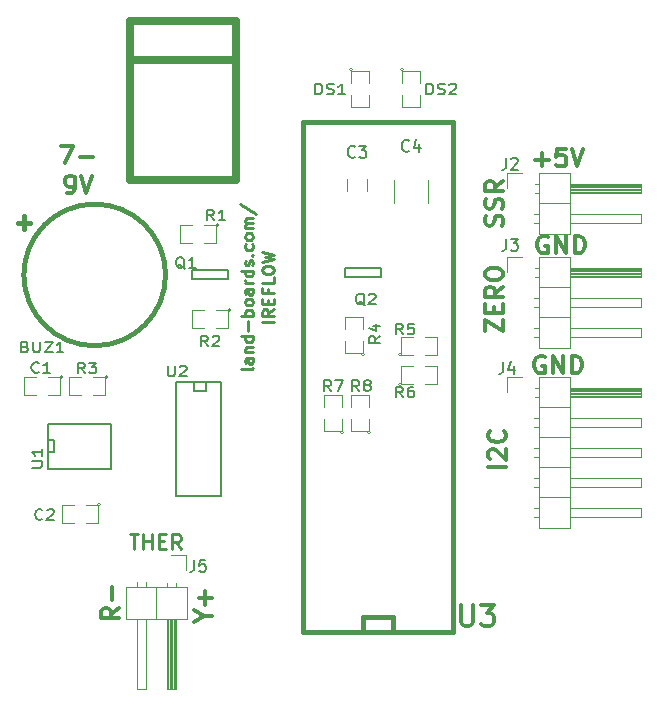
<source format=gto>
G04 #@! TF.FileFunction,Legend,Top*
%FSLAX46Y46*%
G04 Gerber Fmt 4.6, Leading zero omitted, Abs format (unit mm)*
G04 Created by KiCad (PCBNEW 4.0.5) date 07/30/17 20:50:31*
%MOMM*%
%LPD*%
G01*
G04 APERTURE LIST*
%ADD10C,0.150000*%
%ADD11C,0.300000*%
%ADD12C,0.285750*%
%ADD13C,0.254000*%
%ADD14C,0.120000*%
%ADD15C,0.127000*%
%ADD16C,0.099060*%
%ADD17C,0.381000*%
%ADD18C,0.203200*%
%ADD19C,0.650000*%
%ADD20C,0.139700*%
%ADD21C,0.304800*%
G04 APERTURE END LIST*
D10*
D11*
X40072571Y-23288285D02*
X40072571Y-22288285D01*
X41572571Y-23288285D01*
X41572571Y-22288285D01*
X40786857Y-21716857D02*
X40786857Y-21216857D01*
X41572571Y-21002571D02*
X41572571Y-21716857D01*
X40072571Y-21716857D01*
X40072571Y-21002571D01*
X41572571Y-19502571D02*
X40858286Y-20002571D01*
X41572571Y-20359714D02*
X40072571Y-20359714D01*
X40072571Y-19788286D01*
X40144000Y-19645428D01*
X40215429Y-19574000D01*
X40358286Y-19502571D01*
X40572571Y-19502571D01*
X40715429Y-19574000D01*
X40786857Y-19645428D01*
X40858286Y-19788286D01*
X40858286Y-20359714D01*
X40072571Y-18574000D02*
X40072571Y-18288286D01*
X40144000Y-18145428D01*
X40286857Y-18002571D01*
X40572571Y-17931143D01*
X41072571Y-17931143D01*
X41358286Y-18002571D01*
X41501143Y-18145428D01*
X41572571Y-18288286D01*
X41572571Y-18574000D01*
X41501143Y-18716857D01*
X41358286Y-18859714D01*
X41072571Y-18931143D01*
X40572571Y-18931143D01*
X40286857Y-18859714D01*
X40144000Y-18716857D01*
X40072571Y-18574000D01*
X41501143Y-14338857D02*
X41572571Y-14124571D01*
X41572571Y-13767428D01*
X41501143Y-13624571D01*
X41429714Y-13553142D01*
X41286857Y-13481714D01*
X41144000Y-13481714D01*
X41001143Y-13553142D01*
X40929714Y-13624571D01*
X40858286Y-13767428D01*
X40786857Y-14053142D01*
X40715429Y-14196000D01*
X40644000Y-14267428D01*
X40501143Y-14338857D01*
X40358286Y-14338857D01*
X40215429Y-14267428D01*
X40144000Y-14196000D01*
X40072571Y-14053142D01*
X40072571Y-13696000D01*
X40144000Y-13481714D01*
X41501143Y-12910286D02*
X41572571Y-12696000D01*
X41572571Y-12338857D01*
X41501143Y-12196000D01*
X41429714Y-12124571D01*
X41286857Y-12053143D01*
X41144000Y-12053143D01*
X41001143Y-12124571D01*
X40929714Y-12196000D01*
X40858286Y-12338857D01*
X40786857Y-12624571D01*
X40715429Y-12767429D01*
X40644000Y-12838857D01*
X40501143Y-12910286D01*
X40358286Y-12910286D01*
X40215429Y-12838857D01*
X40144000Y-12767429D01*
X40072571Y-12624571D01*
X40072571Y-12267429D01*
X40144000Y-12053143D01*
X41572571Y-10553143D02*
X40858286Y-11053143D01*
X41572571Y-11410286D02*
X40072571Y-11410286D01*
X40072571Y-10838858D01*
X40144000Y-10696000D01*
X40215429Y-10624572D01*
X40358286Y-10553143D01*
X40572571Y-10553143D01*
X40715429Y-10624572D01*
X40786857Y-10696000D01*
X40858286Y-10838858D01*
X40858286Y-11410286D01*
X45085143Y-25412000D02*
X44942286Y-25340571D01*
X44728000Y-25340571D01*
X44513715Y-25412000D01*
X44370857Y-25554857D01*
X44299429Y-25697714D01*
X44228000Y-25983429D01*
X44228000Y-26197714D01*
X44299429Y-26483429D01*
X44370857Y-26626286D01*
X44513715Y-26769143D01*
X44728000Y-26840571D01*
X44870857Y-26840571D01*
X45085143Y-26769143D01*
X45156572Y-26697714D01*
X45156572Y-26197714D01*
X44870857Y-26197714D01*
X45799429Y-26840571D02*
X45799429Y-25340571D01*
X46656572Y-26840571D01*
X46656572Y-25340571D01*
X47370858Y-26840571D02*
X47370858Y-25340571D01*
X47728001Y-25340571D01*
X47942286Y-25412000D01*
X48085144Y-25554857D01*
X48156572Y-25697714D01*
X48228001Y-25983429D01*
X48228001Y-26197714D01*
X48156572Y-26483429D01*
X48085144Y-26626286D01*
X47942286Y-26769143D01*
X47728001Y-26840571D01*
X47370858Y-26840571D01*
X45339143Y-15252000D02*
X45196286Y-15180571D01*
X44982000Y-15180571D01*
X44767715Y-15252000D01*
X44624857Y-15394857D01*
X44553429Y-15537714D01*
X44482000Y-15823429D01*
X44482000Y-16037714D01*
X44553429Y-16323429D01*
X44624857Y-16466286D01*
X44767715Y-16609143D01*
X44982000Y-16680571D01*
X45124857Y-16680571D01*
X45339143Y-16609143D01*
X45410572Y-16537714D01*
X45410572Y-16037714D01*
X45124857Y-16037714D01*
X46053429Y-16680571D02*
X46053429Y-15180571D01*
X46910572Y-16680571D01*
X46910572Y-15180571D01*
X47624858Y-16680571D02*
X47624858Y-15180571D01*
X47982001Y-15180571D01*
X48196286Y-15252000D01*
X48339144Y-15394857D01*
X48410572Y-15537714D01*
X48482001Y-15823429D01*
X48482001Y-16037714D01*
X48410572Y-16323429D01*
X48339144Y-16466286D01*
X48196286Y-16609143D01*
X47982001Y-16680571D01*
X47624858Y-16680571D01*
X41826571Y-34738285D02*
X40326571Y-34738285D01*
X40469429Y-34095428D02*
X40398000Y-34023999D01*
X40326571Y-33881142D01*
X40326571Y-33523999D01*
X40398000Y-33381142D01*
X40469429Y-33309713D01*
X40612286Y-33238285D01*
X40755143Y-33238285D01*
X40969429Y-33309713D01*
X41826571Y-34166856D01*
X41826571Y-33238285D01*
X41683714Y-31738285D02*
X41755143Y-31809714D01*
X41826571Y-32024000D01*
X41826571Y-32166857D01*
X41755143Y-32381142D01*
X41612286Y-32524000D01*
X41469429Y-32595428D01*
X41183714Y-32666857D01*
X40969429Y-32666857D01*
X40683714Y-32595428D01*
X40540857Y-32524000D01*
X40398000Y-32381142D01*
X40326571Y-32166857D01*
X40326571Y-32024000D01*
X40398000Y-31809714D01*
X40469429Y-31738285D01*
X44299429Y-8743143D02*
X45442286Y-8743143D01*
X44870857Y-9314571D02*
X44870857Y-8171714D01*
X46870858Y-7814571D02*
X46156572Y-7814571D01*
X46085143Y-8528857D01*
X46156572Y-8457429D01*
X46299429Y-8386000D01*
X46656572Y-8386000D01*
X46799429Y-8457429D01*
X46870858Y-8528857D01*
X46942286Y-8671714D01*
X46942286Y-9028857D01*
X46870858Y-9171714D01*
X46799429Y-9243143D01*
X46656572Y-9314571D01*
X46299429Y-9314571D01*
X46156572Y-9243143D01*
X46085143Y-9171714D01*
X47370857Y-7814571D02*
X47870857Y-9314571D01*
X48370857Y-7814571D01*
X16220286Y-47410571D02*
X16934571Y-47410571D01*
X15434571Y-47910571D02*
X16220286Y-47410571D01*
X15434571Y-46910571D01*
X16363143Y-46410571D02*
X16363143Y-45267714D01*
X16934571Y-45839143D02*
X15791714Y-45839143D01*
D12*
X9954381Y-40452524D02*
X10680096Y-40452524D01*
X10317239Y-41722524D02*
X10317239Y-40452524D01*
X11103429Y-41722524D02*
X11103429Y-40452524D01*
X11103429Y-41057286D02*
X11829143Y-41057286D01*
X11829143Y-41722524D02*
X11829143Y-40452524D01*
X12433905Y-41057286D02*
X12857238Y-41057286D01*
X13038667Y-41722524D02*
X12433905Y-41722524D01*
X12433905Y-40452524D01*
X13038667Y-40452524D01*
X14308667Y-41722524D02*
X13885334Y-41117762D01*
X13582953Y-41722524D02*
X13582953Y-40452524D01*
X14066762Y-40452524D01*
X14187715Y-40513000D01*
X14248191Y-40573476D01*
X14308667Y-40694429D01*
X14308667Y-40875857D01*
X14248191Y-40996810D01*
X14187715Y-41057286D01*
X14066762Y-41117762D01*
X13582953Y-41117762D01*
D11*
X4159429Y-7555571D02*
X5159429Y-7555571D01*
X4516572Y-9055571D01*
X5730857Y-8484143D02*
X6873714Y-8484143D01*
X4659429Y-11605571D02*
X4945144Y-11605571D01*
X5088001Y-11534143D01*
X5159429Y-11462714D01*
X5302287Y-11248429D01*
X5373715Y-10962714D01*
X5373715Y-10391286D01*
X5302287Y-10248429D01*
X5230858Y-10177000D01*
X5088001Y-10105571D01*
X4802287Y-10105571D01*
X4659429Y-10177000D01*
X4588001Y-10248429D01*
X4516572Y-10391286D01*
X4516572Y-10748429D01*
X4588001Y-10891286D01*
X4659429Y-10962714D01*
X4802287Y-11034143D01*
X5088001Y-11034143D01*
X5230858Y-10962714D01*
X5302287Y-10891286D01*
X5373715Y-10748429D01*
X5802286Y-10105571D02*
X6302286Y-11605571D01*
X6802286Y-10105571D01*
D13*
X20398619Y-26355523D02*
X20350238Y-26452285D01*
X20253476Y-26500666D01*
X19382619Y-26500666D01*
X20398619Y-25533048D02*
X19866429Y-25533048D01*
X19769667Y-25581429D01*
X19721286Y-25678191D01*
X19721286Y-25871714D01*
X19769667Y-25968476D01*
X20350238Y-25533048D02*
X20398619Y-25629810D01*
X20398619Y-25871714D01*
X20350238Y-25968476D01*
X20253476Y-26016857D01*
X20156714Y-26016857D01*
X20059952Y-25968476D01*
X20011571Y-25871714D01*
X20011571Y-25629810D01*
X19963190Y-25533048D01*
X19721286Y-25049238D02*
X20398619Y-25049238D01*
X19818048Y-25049238D02*
X19769667Y-25000857D01*
X19721286Y-24904095D01*
X19721286Y-24758953D01*
X19769667Y-24662191D01*
X19866429Y-24613810D01*
X20398619Y-24613810D01*
X20398619Y-23694572D02*
X19382619Y-23694572D01*
X20350238Y-23694572D02*
X20398619Y-23791334D01*
X20398619Y-23984857D01*
X20350238Y-24081619D01*
X20301857Y-24130000D01*
X20205095Y-24178381D01*
X19914810Y-24178381D01*
X19818048Y-24130000D01*
X19769667Y-24081619D01*
X19721286Y-23984857D01*
X19721286Y-23791334D01*
X19769667Y-23694572D01*
X20011571Y-23210762D02*
X20011571Y-22436667D01*
X20398619Y-21952857D02*
X19382619Y-21952857D01*
X19769667Y-21952857D02*
X19721286Y-21856095D01*
X19721286Y-21662572D01*
X19769667Y-21565810D01*
X19818048Y-21517429D01*
X19914810Y-21469048D01*
X20205095Y-21469048D01*
X20301857Y-21517429D01*
X20350238Y-21565810D01*
X20398619Y-21662572D01*
X20398619Y-21856095D01*
X20350238Y-21952857D01*
X20398619Y-20888476D02*
X20350238Y-20985238D01*
X20301857Y-21033619D01*
X20205095Y-21082000D01*
X19914810Y-21082000D01*
X19818048Y-21033619D01*
X19769667Y-20985238D01*
X19721286Y-20888476D01*
X19721286Y-20743334D01*
X19769667Y-20646572D01*
X19818048Y-20598191D01*
X19914810Y-20549810D01*
X20205095Y-20549810D01*
X20301857Y-20598191D01*
X20350238Y-20646572D01*
X20398619Y-20743334D01*
X20398619Y-20888476D01*
X20398619Y-19678953D02*
X19866429Y-19678953D01*
X19769667Y-19727334D01*
X19721286Y-19824096D01*
X19721286Y-20017619D01*
X19769667Y-20114381D01*
X20350238Y-19678953D02*
X20398619Y-19775715D01*
X20398619Y-20017619D01*
X20350238Y-20114381D01*
X20253476Y-20162762D01*
X20156714Y-20162762D01*
X20059952Y-20114381D01*
X20011571Y-20017619D01*
X20011571Y-19775715D01*
X19963190Y-19678953D01*
X20398619Y-19195143D02*
X19721286Y-19195143D01*
X19914810Y-19195143D02*
X19818048Y-19146762D01*
X19769667Y-19098381D01*
X19721286Y-19001619D01*
X19721286Y-18904858D01*
X20398619Y-18130763D02*
X19382619Y-18130763D01*
X20350238Y-18130763D02*
X20398619Y-18227525D01*
X20398619Y-18421048D01*
X20350238Y-18517810D01*
X20301857Y-18566191D01*
X20205095Y-18614572D01*
X19914810Y-18614572D01*
X19818048Y-18566191D01*
X19769667Y-18517810D01*
X19721286Y-18421048D01*
X19721286Y-18227525D01*
X19769667Y-18130763D01*
X20350238Y-17695334D02*
X20398619Y-17598572D01*
X20398619Y-17405048D01*
X20350238Y-17308287D01*
X20253476Y-17259906D01*
X20205095Y-17259906D01*
X20108333Y-17308287D01*
X20059952Y-17405048D01*
X20059952Y-17550191D01*
X20011571Y-17646953D01*
X19914810Y-17695334D01*
X19866429Y-17695334D01*
X19769667Y-17646953D01*
X19721286Y-17550191D01*
X19721286Y-17405048D01*
X19769667Y-17308287D01*
X20301857Y-16824477D02*
X20350238Y-16776096D01*
X20398619Y-16824477D01*
X20350238Y-16872858D01*
X20301857Y-16824477D01*
X20398619Y-16824477D01*
X20350238Y-15905239D02*
X20398619Y-16002001D01*
X20398619Y-16195524D01*
X20350238Y-16292286D01*
X20301857Y-16340667D01*
X20205095Y-16389048D01*
X19914810Y-16389048D01*
X19818048Y-16340667D01*
X19769667Y-16292286D01*
X19721286Y-16195524D01*
X19721286Y-16002001D01*
X19769667Y-15905239D01*
X20398619Y-15324667D02*
X20350238Y-15421429D01*
X20301857Y-15469810D01*
X20205095Y-15518191D01*
X19914810Y-15518191D01*
X19818048Y-15469810D01*
X19769667Y-15421429D01*
X19721286Y-15324667D01*
X19721286Y-15179525D01*
X19769667Y-15082763D01*
X19818048Y-15034382D01*
X19914810Y-14986001D01*
X20205095Y-14986001D01*
X20301857Y-15034382D01*
X20350238Y-15082763D01*
X20398619Y-15179525D01*
X20398619Y-15324667D01*
X20398619Y-14550572D02*
X19721286Y-14550572D01*
X19818048Y-14550572D02*
X19769667Y-14502191D01*
X19721286Y-14405429D01*
X19721286Y-14260287D01*
X19769667Y-14163525D01*
X19866429Y-14115144D01*
X20398619Y-14115144D01*
X19866429Y-14115144D02*
X19769667Y-14066763D01*
X19721286Y-13970001D01*
X19721286Y-13824858D01*
X19769667Y-13728096D01*
X19866429Y-13679715D01*
X20398619Y-13679715D01*
X19334238Y-12470191D02*
X20640524Y-13341048D01*
X22176619Y-22485047D02*
X21160619Y-22485047D01*
X22176619Y-21420666D02*
X21692810Y-21759332D01*
X22176619Y-22001237D02*
X21160619Y-22001237D01*
X21160619Y-21614190D01*
X21209000Y-21517428D01*
X21257381Y-21469047D01*
X21354143Y-21420666D01*
X21499286Y-21420666D01*
X21596048Y-21469047D01*
X21644429Y-21517428D01*
X21692810Y-21614190D01*
X21692810Y-22001237D01*
X21644429Y-20985237D02*
X21644429Y-20646571D01*
X22176619Y-20501428D02*
X22176619Y-20985237D01*
X21160619Y-20985237D01*
X21160619Y-20501428D01*
X21644429Y-19727333D02*
X21644429Y-20065999D01*
X22176619Y-20065999D02*
X21160619Y-20065999D01*
X21160619Y-19582190D01*
X22176619Y-18711333D02*
X22176619Y-19195142D01*
X21160619Y-19195142D01*
X21160619Y-18179142D02*
X21160619Y-17985619D01*
X21209000Y-17888857D01*
X21305762Y-17792095D01*
X21499286Y-17743714D01*
X21837952Y-17743714D01*
X22031476Y-17792095D01*
X22128238Y-17888857D01*
X22176619Y-17985619D01*
X22176619Y-18179142D01*
X22128238Y-18275904D01*
X22031476Y-18372666D01*
X21837952Y-18421047D01*
X21499286Y-18421047D01*
X21305762Y-18372666D01*
X21209000Y-18275904D01*
X21160619Y-18179142D01*
X21160619Y-17405047D02*
X22176619Y-17163142D01*
X21450905Y-16969619D01*
X22176619Y-16776095D01*
X21160619Y-16534190D01*
D11*
X9060571Y-46692285D02*
X8346286Y-47192285D01*
X9060571Y-47549428D02*
X7560571Y-47549428D01*
X7560571Y-46978000D01*
X7632000Y-46835142D01*
X7703429Y-46763714D01*
X7846286Y-46692285D01*
X8060571Y-46692285D01*
X8203429Y-46763714D01*
X8274857Y-46835142D01*
X8346286Y-46978000D01*
X8346286Y-47549428D01*
X8489143Y-46049428D02*
X8489143Y-44906571D01*
D14*
X44620000Y-16958000D02*
X44620000Y-24698000D01*
X44620000Y-24698000D02*
X47280000Y-24698000D01*
X47280000Y-24698000D02*
X47280000Y-16958000D01*
X47280000Y-16958000D02*
X44620000Y-16958000D01*
X47280000Y-17908000D02*
X53280000Y-17908000D01*
X53280000Y-17908000D02*
X53280000Y-18668000D01*
X53280000Y-18668000D02*
X47280000Y-18668000D01*
X47280000Y-17968000D02*
X53280000Y-17968000D01*
X47280000Y-18088000D02*
X53280000Y-18088000D01*
X47280000Y-18208000D02*
X53280000Y-18208000D01*
X47280000Y-18328000D02*
X53280000Y-18328000D01*
X47280000Y-18448000D02*
X53280000Y-18448000D01*
X47280000Y-18568000D02*
X53280000Y-18568000D01*
X44290000Y-17908000D02*
X44620000Y-17908000D01*
X44290000Y-18668000D02*
X44620000Y-18668000D01*
X44620000Y-19558000D02*
X47280000Y-19558000D01*
X47280000Y-20448000D02*
X53280000Y-20448000D01*
X53280000Y-20448000D02*
X53280000Y-21208000D01*
X53280000Y-21208000D02*
X47280000Y-21208000D01*
X44222929Y-20448000D02*
X44620000Y-20448000D01*
X44222929Y-21208000D02*
X44620000Y-21208000D01*
X44620000Y-22098000D02*
X47280000Y-22098000D01*
X47280000Y-22988000D02*
X53280000Y-22988000D01*
X53280000Y-22988000D02*
X53280000Y-23748000D01*
X53280000Y-23748000D02*
X47280000Y-23748000D01*
X44222929Y-22988000D02*
X44620000Y-22988000D01*
X44222929Y-23748000D02*
X44620000Y-23748000D01*
X41910000Y-18288000D02*
X41910000Y-17018000D01*
X41910000Y-17018000D02*
X43180000Y-17018000D01*
X44620000Y-9846000D02*
X44620000Y-15046000D01*
X44620000Y-15046000D02*
X47280000Y-15046000D01*
X47280000Y-15046000D02*
X47280000Y-9846000D01*
X47280000Y-9846000D02*
X44620000Y-9846000D01*
X47280000Y-10796000D02*
X53280000Y-10796000D01*
X53280000Y-10796000D02*
X53280000Y-11556000D01*
X53280000Y-11556000D02*
X47280000Y-11556000D01*
X47280000Y-10856000D02*
X53280000Y-10856000D01*
X47280000Y-10976000D02*
X53280000Y-10976000D01*
X47280000Y-11096000D02*
X53280000Y-11096000D01*
X47280000Y-11216000D02*
X53280000Y-11216000D01*
X47280000Y-11336000D02*
X53280000Y-11336000D01*
X47280000Y-11456000D02*
X53280000Y-11456000D01*
X44290000Y-10796000D02*
X44620000Y-10796000D01*
X44290000Y-11556000D02*
X44620000Y-11556000D01*
X44620000Y-12446000D02*
X47280000Y-12446000D01*
X47280000Y-13336000D02*
X53280000Y-13336000D01*
X53280000Y-13336000D02*
X53280000Y-14096000D01*
X53280000Y-14096000D02*
X47280000Y-14096000D01*
X44222929Y-13336000D02*
X44620000Y-13336000D01*
X44222929Y-14096000D02*
X44620000Y-14096000D01*
X41910000Y-11176000D02*
X41910000Y-9906000D01*
X41910000Y-9906000D02*
X43180000Y-9906000D01*
D15*
X18274000Y-18881000D02*
X15226000Y-18881000D01*
X15226000Y-18881000D02*
X15226000Y-18119000D01*
X15226000Y-18119000D02*
X18274000Y-18119000D01*
X18274000Y-18119000D02*
X18274000Y-18881000D01*
D16*
X17528000Y-14238000D02*
G75*
G03X17528000Y-14238000I-127000J0D01*
G01*
X16258000Y-14238000D02*
X17274000Y-14238000D01*
X17274000Y-14238000D02*
X17274000Y-15762000D01*
X17274000Y-15762000D02*
X16258000Y-15762000D01*
X15242000Y-15762000D02*
X14226000Y-15762000D01*
X14226000Y-15762000D02*
X14226000Y-14238000D01*
X14226000Y-14238000D02*
X15242000Y-14238000D01*
X28067000Y-31877000D02*
G75*
G03X28067000Y-31877000I-127000J0D01*
G01*
X27940000Y-30734000D02*
X27940000Y-31750000D01*
X27940000Y-31750000D02*
X26416000Y-31750000D01*
X26416000Y-31750000D02*
X26416000Y-30734000D01*
X26416000Y-29718000D02*
X26416000Y-28702000D01*
X26416000Y-28702000D02*
X27940000Y-28702000D01*
X27940000Y-28702000D02*
X27940000Y-29718000D01*
X28829000Y-1143000D02*
G75*
G03X28829000Y-1143000I-127000J0D01*
G01*
X28702000Y-2286000D02*
X28702000Y-1270000D01*
X28702000Y-1270000D02*
X30226000Y-1270000D01*
X30226000Y-1270000D02*
X30226000Y-2286000D01*
X30226000Y-3302000D02*
X30226000Y-4318000D01*
X30226000Y-4318000D02*
X28702000Y-4318000D01*
X28702000Y-4318000D02*
X28702000Y-3302000D01*
X30353000Y-31877000D02*
G75*
G03X30353000Y-31877000I-127000J0D01*
G01*
X30226000Y-30734000D02*
X30226000Y-31750000D01*
X30226000Y-31750000D02*
X28702000Y-31750000D01*
X28702000Y-31750000D02*
X28702000Y-30734000D01*
X28702000Y-29718000D02*
X28702000Y-28702000D01*
X28702000Y-28702000D02*
X30226000Y-28702000D01*
X30226000Y-28702000D02*
X30226000Y-29718000D01*
X18528000Y-21488000D02*
G75*
G03X18528000Y-21488000I-127000J0D01*
G01*
X17258000Y-21488000D02*
X18274000Y-21488000D01*
X18274000Y-21488000D02*
X18274000Y-23012000D01*
X18274000Y-23012000D02*
X17258000Y-23012000D01*
X16242000Y-23012000D02*
X15226000Y-23012000D01*
X15226000Y-23012000D02*
X15226000Y-21488000D01*
X15226000Y-21488000D02*
X16242000Y-21488000D01*
D17*
X500000Y-14100000D02*
X1500000Y-14100000D01*
X1000000Y-13500000D02*
X1000000Y-14600000D01*
X13000000Y-18500000D02*
G75*
G03X13000000Y-18500000I-6000000J0D01*
G01*
D16*
X7493000Y-37973000D02*
G75*
G03X7493000Y-37973000I-127000J0D01*
G01*
X6223000Y-37973000D02*
X7239000Y-37973000D01*
X7239000Y-37973000D02*
X7239000Y-39497000D01*
X7239000Y-39497000D02*
X6223000Y-39497000D01*
X5207000Y-39497000D02*
X4191000Y-39497000D01*
X4191000Y-39497000D02*
X4191000Y-37973000D01*
X4191000Y-37973000D02*
X5207000Y-37973000D01*
X4318000Y-27178000D02*
G75*
G03X4318000Y-27178000I-127000J0D01*
G01*
X3048000Y-27178000D02*
X4064000Y-27178000D01*
X4064000Y-27178000D02*
X4064000Y-28702000D01*
X4064000Y-28702000D02*
X3048000Y-28702000D01*
X2032000Y-28702000D02*
X1016000Y-28702000D01*
X1016000Y-28702000D02*
X1016000Y-27178000D01*
X1016000Y-27178000D02*
X2032000Y-27178000D01*
X8128000Y-27178000D02*
G75*
G03X8128000Y-27178000I-127000J0D01*
G01*
X6858000Y-27178000D02*
X7874000Y-27178000D01*
X7874000Y-27178000D02*
X7874000Y-28702000D01*
X7874000Y-28702000D02*
X6858000Y-28702000D01*
X5842000Y-28702000D02*
X4826000Y-28702000D01*
X4826000Y-28702000D02*
X4826000Y-27178000D01*
X4826000Y-27178000D02*
X5842000Y-27178000D01*
D15*
X3048000Y-34798000D02*
X3048000Y-34925000D01*
X3048000Y-34925000D02*
X8382000Y-34925000D01*
X8382000Y-31115000D02*
X3048000Y-31115000D01*
X3048000Y-31115000D02*
X3048000Y-34798000D01*
X3048000Y-32512000D02*
X3556000Y-32512000D01*
X3556000Y-32512000D02*
X3556000Y-33528000D01*
X3556000Y-33528000D02*
X3048000Y-33528000D01*
X8382000Y-31115000D02*
X8382000Y-34925000D01*
X31242000Y-18669000D02*
X28194000Y-18669000D01*
X28194000Y-18669000D02*
X28194000Y-17907000D01*
X28194000Y-17907000D02*
X31242000Y-17907000D01*
X31242000Y-17907000D02*
X31242000Y-18669000D01*
D16*
X29845000Y-25273000D02*
G75*
G03X29845000Y-25273000I-127000J0D01*
G01*
X29718000Y-24130000D02*
X29718000Y-25146000D01*
X29718000Y-25146000D02*
X28194000Y-25146000D01*
X28194000Y-25146000D02*
X28194000Y-24130000D01*
X28194000Y-23114000D02*
X28194000Y-22098000D01*
X28194000Y-22098000D02*
X29718000Y-22098000D01*
X29718000Y-22098000D02*
X29718000Y-23114000D01*
D18*
X17653000Y-27559000D02*
X17653000Y-37211000D01*
X17653000Y-37211000D02*
X13843000Y-37211000D01*
X13843000Y-37211000D02*
X13843000Y-27559000D01*
X13843000Y-27559000D02*
X17653000Y-27559000D01*
X16383000Y-27559000D02*
X16383000Y-28321000D01*
X16383000Y-28321000D02*
X15367000Y-28321000D01*
X15367000Y-28321000D02*
X15367000Y-27559000D01*
D16*
X32976000Y-25262000D02*
G75*
G03X32976000Y-25262000I-127000J0D01*
G01*
X33992000Y-25262000D02*
X32976000Y-25262000D01*
X32976000Y-25262000D02*
X32976000Y-23738000D01*
X32976000Y-23738000D02*
X33992000Y-23738000D01*
X35008000Y-23738000D02*
X36024000Y-23738000D01*
X36024000Y-23738000D02*
X36024000Y-25262000D01*
X36024000Y-25262000D02*
X35008000Y-25262000D01*
X32976000Y-27762000D02*
G75*
G03X32976000Y-27762000I-127000J0D01*
G01*
X33992000Y-27762000D02*
X32976000Y-27762000D01*
X32976000Y-27762000D02*
X32976000Y-26238000D01*
X32976000Y-26238000D02*
X33992000Y-26238000D01*
X35008000Y-26238000D02*
X36024000Y-26238000D01*
X36024000Y-26238000D02*
X36024000Y-27762000D01*
X36024000Y-27762000D02*
X35008000Y-27762000D01*
X33147000Y-1143000D02*
G75*
G03X33147000Y-1143000I-127000J0D01*
G01*
X33020000Y-2286000D02*
X33020000Y-1270000D01*
X33020000Y-1270000D02*
X34544000Y-1270000D01*
X34544000Y-1270000D02*
X34544000Y-2286000D01*
X34544000Y-3302000D02*
X34544000Y-4318000D01*
X34544000Y-4318000D02*
X33020000Y-4318000D01*
X33020000Y-4318000D02*
X33020000Y-3302000D01*
D14*
X44620000Y-27118000D02*
X44620000Y-39938000D01*
X44620000Y-39938000D02*
X47280000Y-39938000D01*
X47280000Y-39938000D02*
X47280000Y-27118000D01*
X47280000Y-27118000D02*
X44620000Y-27118000D01*
X47280000Y-28068000D02*
X53280000Y-28068000D01*
X53280000Y-28068000D02*
X53280000Y-28828000D01*
X53280000Y-28828000D02*
X47280000Y-28828000D01*
X47280000Y-28128000D02*
X53280000Y-28128000D01*
X47280000Y-28248000D02*
X53280000Y-28248000D01*
X47280000Y-28368000D02*
X53280000Y-28368000D01*
X47280000Y-28488000D02*
X53280000Y-28488000D01*
X47280000Y-28608000D02*
X53280000Y-28608000D01*
X47280000Y-28728000D02*
X53280000Y-28728000D01*
X44290000Y-28068000D02*
X44620000Y-28068000D01*
X44290000Y-28828000D02*
X44620000Y-28828000D01*
X44620000Y-29718000D02*
X47280000Y-29718000D01*
X47280000Y-30608000D02*
X53280000Y-30608000D01*
X53280000Y-30608000D02*
X53280000Y-31368000D01*
X53280000Y-31368000D02*
X47280000Y-31368000D01*
X44222929Y-30608000D02*
X44620000Y-30608000D01*
X44222929Y-31368000D02*
X44620000Y-31368000D01*
X44620000Y-32258000D02*
X47280000Y-32258000D01*
X47280000Y-33148000D02*
X53280000Y-33148000D01*
X53280000Y-33148000D02*
X53280000Y-33908000D01*
X53280000Y-33908000D02*
X47280000Y-33908000D01*
X44222929Y-33148000D02*
X44620000Y-33148000D01*
X44222929Y-33908000D02*
X44620000Y-33908000D01*
X44620000Y-34798000D02*
X47280000Y-34798000D01*
X47280000Y-35688000D02*
X53280000Y-35688000D01*
X53280000Y-35688000D02*
X53280000Y-36448000D01*
X53280000Y-36448000D02*
X47280000Y-36448000D01*
X44222929Y-35688000D02*
X44620000Y-35688000D01*
X44222929Y-36448000D02*
X44620000Y-36448000D01*
X44620000Y-37338000D02*
X47280000Y-37338000D01*
X47280000Y-38228000D02*
X53280000Y-38228000D01*
X53280000Y-38228000D02*
X53280000Y-38988000D01*
X53280000Y-38988000D02*
X47280000Y-38988000D01*
X44222929Y-38228000D02*
X44620000Y-38228000D01*
X44222929Y-38988000D02*
X44620000Y-38988000D01*
X41910000Y-28448000D02*
X41910000Y-27178000D01*
X41910000Y-27178000D02*
X43180000Y-27178000D01*
X14830000Y-44940000D02*
X9630000Y-44940000D01*
X9630000Y-44940000D02*
X9630000Y-47600000D01*
X9630000Y-47600000D02*
X14830000Y-47600000D01*
X14830000Y-47600000D02*
X14830000Y-44940000D01*
X13880000Y-47600000D02*
X13880000Y-53600000D01*
X13880000Y-53600000D02*
X13120000Y-53600000D01*
X13120000Y-53600000D02*
X13120000Y-47600000D01*
X13820000Y-47600000D02*
X13820000Y-53600000D01*
X13700000Y-47600000D02*
X13700000Y-53600000D01*
X13580000Y-47600000D02*
X13580000Y-53600000D01*
X13460000Y-47600000D02*
X13460000Y-53600000D01*
X13340000Y-47600000D02*
X13340000Y-53600000D01*
X13220000Y-47600000D02*
X13220000Y-53600000D01*
X13880000Y-44610000D02*
X13880000Y-44940000D01*
X13120000Y-44610000D02*
X13120000Y-44940000D01*
X12230000Y-44940000D02*
X12230000Y-47600000D01*
X11340000Y-47600000D02*
X11340000Y-53600000D01*
X11340000Y-53600000D02*
X10580000Y-53600000D01*
X10580000Y-53600000D02*
X10580000Y-47600000D01*
X11340000Y-44542929D02*
X11340000Y-44940000D01*
X10580000Y-44542929D02*
X10580000Y-44940000D01*
X13500000Y-42230000D02*
X14770000Y-42230000D01*
X14770000Y-42230000D02*
X14770000Y-43500000D01*
D19*
X10000000Y-300000D02*
X19000000Y-300000D01*
X19000000Y3000000D02*
X10000000Y3000000D01*
X19000000Y3000000D02*
X19000000Y-10500000D01*
X19000000Y-10500000D02*
X10000000Y-10500000D01*
X10000000Y3000000D02*
X10000000Y-10500000D01*
D17*
X24638000Y-48768000D02*
X24638000Y-5588000D01*
X24638000Y-5588000D02*
X37338000Y-5588000D01*
X37338000Y-5588000D02*
X37338000Y-48768000D01*
X37338000Y-48768000D02*
X24638000Y-48768000D01*
X32258000Y-48768000D02*
X32258000Y-47498000D01*
X32258000Y-47498000D02*
X29718000Y-47498000D01*
X29718000Y-47498000D02*
X29718000Y-48768000D01*
D14*
X30060000Y-11422000D02*
X30060000Y-10422000D01*
X28360000Y-10422000D02*
X28360000Y-11422000D01*
X35262000Y-12430000D02*
X35262000Y-10430000D01*
X32302000Y-10430000D02*
X32302000Y-12430000D01*
D10*
X41830667Y-15454381D02*
X41830667Y-16168667D01*
X41783047Y-16311524D01*
X41687809Y-16406762D01*
X41544952Y-16454381D01*
X41449714Y-16454381D01*
X42211619Y-15454381D02*
X42830667Y-15454381D01*
X42497333Y-15835333D01*
X42640191Y-15835333D01*
X42735429Y-15882952D01*
X42783048Y-15930571D01*
X42830667Y-16025810D01*
X42830667Y-16263905D01*
X42783048Y-16359143D01*
X42735429Y-16406762D01*
X42640191Y-16454381D01*
X42354476Y-16454381D01*
X42259238Y-16406762D01*
X42211619Y-16359143D01*
X41830667Y-8596381D02*
X41830667Y-9310667D01*
X41783047Y-9453524D01*
X41687809Y-9548762D01*
X41544952Y-9596381D01*
X41449714Y-9596381D01*
X42259238Y-8691619D02*
X42306857Y-8644000D01*
X42402095Y-8596381D01*
X42640191Y-8596381D01*
X42735429Y-8644000D01*
X42783048Y-8691619D01*
X42830667Y-8786857D01*
X42830667Y-8882095D01*
X42783048Y-9024952D01*
X42211619Y-9596381D01*
X42830667Y-9596381D01*
D20*
X14621238Y-17970833D02*
X14524476Y-17928500D01*
X14427714Y-17843833D01*
X14282571Y-17716833D01*
X14185810Y-17674500D01*
X14089048Y-17674500D01*
X14137429Y-17886167D02*
X14040667Y-17843833D01*
X13943905Y-17759167D01*
X13895524Y-17589833D01*
X13895524Y-17293500D01*
X13943905Y-17124167D01*
X14040667Y-17039500D01*
X14137429Y-16997167D01*
X14330952Y-16997167D01*
X14427714Y-17039500D01*
X14524476Y-17124167D01*
X14572857Y-17293500D01*
X14572857Y-17589833D01*
X14524476Y-17759167D01*
X14427714Y-17843833D01*
X14330952Y-17886167D01*
X14137429Y-17886167D01*
X15540476Y-17886167D02*
X14959905Y-17886167D01*
X15250191Y-17886167D02*
X15250191Y-16997167D01*
X15153429Y-17124167D01*
X15056667Y-17208833D01*
X14959905Y-17251167D01*
X17102667Y-13864167D02*
X16764001Y-13440833D01*
X16522096Y-13864167D02*
X16522096Y-12975167D01*
X16909143Y-12975167D01*
X17005905Y-13017500D01*
X17054286Y-13059833D01*
X17102667Y-13144500D01*
X17102667Y-13271500D01*
X17054286Y-13356167D01*
X17005905Y-13398500D01*
X16909143Y-13440833D01*
X16522096Y-13440833D01*
X18070286Y-13864167D02*
X17489715Y-13864167D01*
X17780001Y-13864167D02*
X17780001Y-12975167D01*
X17683239Y-13102167D01*
X17586477Y-13186833D01*
X17489715Y-13229167D01*
X27020667Y-28294167D02*
X26682001Y-27870833D01*
X26440096Y-28294167D02*
X26440096Y-27405167D01*
X26827143Y-27405167D01*
X26923905Y-27447500D01*
X26972286Y-27489833D01*
X27020667Y-27574500D01*
X27020667Y-27701500D01*
X26972286Y-27786167D01*
X26923905Y-27828500D01*
X26827143Y-27870833D01*
X26440096Y-27870833D01*
X27359334Y-27405167D02*
X28036667Y-27405167D01*
X27601239Y-28294167D01*
X25690286Y-3196167D02*
X25690286Y-2307167D01*
X25932191Y-2307167D01*
X26077333Y-2349500D01*
X26174095Y-2434167D01*
X26222476Y-2518833D01*
X26270857Y-2688167D01*
X26270857Y-2815167D01*
X26222476Y-2984500D01*
X26174095Y-3069167D01*
X26077333Y-3153833D01*
X25932191Y-3196167D01*
X25690286Y-3196167D01*
X26657905Y-3153833D02*
X26803048Y-3196167D01*
X27044952Y-3196167D01*
X27141714Y-3153833D01*
X27190095Y-3111500D01*
X27238476Y-3026833D01*
X27238476Y-2942167D01*
X27190095Y-2857500D01*
X27141714Y-2815167D01*
X27044952Y-2772833D01*
X26851429Y-2730500D01*
X26754667Y-2688167D01*
X26706286Y-2645833D01*
X26657905Y-2561167D01*
X26657905Y-2476500D01*
X26706286Y-2391833D01*
X26754667Y-2349500D01*
X26851429Y-2307167D01*
X27093333Y-2307167D01*
X27238476Y-2349500D01*
X28206095Y-3196167D02*
X27625524Y-3196167D01*
X27915810Y-3196167D02*
X27915810Y-2307167D01*
X27819048Y-2434167D01*
X27722286Y-2518833D01*
X27625524Y-2561167D01*
X29402667Y-28294167D02*
X29064001Y-27870833D01*
X28822096Y-28294167D02*
X28822096Y-27405167D01*
X29209143Y-27405167D01*
X29305905Y-27447500D01*
X29354286Y-27489833D01*
X29402667Y-27574500D01*
X29402667Y-27701500D01*
X29354286Y-27786167D01*
X29305905Y-27828500D01*
X29209143Y-27870833D01*
X28822096Y-27870833D01*
X29983239Y-27786167D02*
X29886477Y-27743833D01*
X29838096Y-27701500D01*
X29789715Y-27616833D01*
X29789715Y-27574500D01*
X29838096Y-27489833D01*
X29886477Y-27447500D01*
X29983239Y-27405167D01*
X30176762Y-27405167D01*
X30273524Y-27447500D01*
X30321905Y-27489833D01*
X30370286Y-27574500D01*
X30370286Y-27616833D01*
X30321905Y-27701500D01*
X30273524Y-27743833D01*
X30176762Y-27786167D01*
X29983239Y-27786167D01*
X29886477Y-27828500D01*
X29838096Y-27870833D01*
X29789715Y-27955500D01*
X29789715Y-28124833D01*
X29838096Y-28209500D01*
X29886477Y-28251833D01*
X29983239Y-28294167D01*
X30176762Y-28294167D01*
X30273524Y-28251833D01*
X30321905Y-28209500D01*
X30370286Y-28124833D01*
X30370286Y-27955500D01*
X30321905Y-27870833D01*
X30273524Y-27828500D01*
X30176762Y-27786167D01*
X16594667Y-24532167D02*
X16256001Y-24108833D01*
X16014096Y-24532167D02*
X16014096Y-23643167D01*
X16401143Y-23643167D01*
X16497905Y-23685500D01*
X16546286Y-23727833D01*
X16594667Y-23812500D01*
X16594667Y-23939500D01*
X16546286Y-24024167D01*
X16497905Y-24066500D01*
X16401143Y-24108833D01*
X16014096Y-24108833D01*
X16981715Y-23727833D02*
X17030096Y-23685500D01*
X17126858Y-23643167D01*
X17368762Y-23643167D01*
X17465524Y-23685500D01*
X17513905Y-23727833D01*
X17562286Y-23812500D01*
X17562286Y-23897167D01*
X17513905Y-24024167D01*
X16933334Y-24532167D01*
X17562286Y-24532167D01*
X1112762Y-24574500D02*
X1257905Y-24616833D01*
X1306286Y-24659167D01*
X1354667Y-24743833D01*
X1354667Y-24870833D01*
X1306286Y-24955500D01*
X1257905Y-24997833D01*
X1161143Y-25040167D01*
X774096Y-25040167D01*
X774096Y-24151167D01*
X1112762Y-24151167D01*
X1209524Y-24193500D01*
X1257905Y-24235833D01*
X1306286Y-24320500D01*
X1306286Y-24405167D01*
X1257905Y-24489833D01*
X1209524Y-24532167D01*
X1112762Y-24574500D01*
X774096Y-24574500D01*
X1790096Y-24151167D02*
X1790096Y-24870833D01*
X1838477Y-24955500D01*
X1886858Y-24997833D01*
X1983620Y-25040167D01*
X2177143Y-25040167D01*
X2273905Y-24997833D01*
X2322286Y-24955500D01*
X2370667Y-24870833D01*
X2370667Y-24151167D01*
X2757715Y-24151167D02*
X3435048Y-24151167D01*
X2757715Y-25040167D01*
X3435048Y-25040167D01*
X4354286Y-25040167D02*
X3773715Y-25040167D01*
X4064001Y-25040167D02*
X4064001Y-24151167D01*
X3967239Y-24278167D01*
X3870477Y-24362833D01*
X3773715Y-24405167D01*
X2573867Y-39128700D02*
X2525486Y-39171033D01*
X2380343Y-39213367D01*
X2283581Y-39213367D01*
X2138439Y-39171033D01*
X2041677Y-39086367D01*
X1993296Y-39001700D01*
X1944915Y-38832367D01*
X1944915Y-38705367D01*
X1993296Y-38536033D01*
X2041677Y-38451367D01*
X2138439Y-38366700D01*
X2283581Y-38324367D01*
X2380343Y-38324367D01*
X2525486Y-38366700D01*
X2573867Y-38409033D01*
X2960915Y-38409033D02*
X3009296Y-38366700D01*
X3106058Y-38324367D01*
X3347962Y-38324367D01*
X3444724Y-38366700D01*
X3493105Y-38409033D01*
X3541486Y-38493700D01*
X3541486Y-38578367D01*
X3493105Y-38705367D01*
X2912534Y-39213367D01*
X3541486Y-39213367D01*
X2269067Y-26682700D02*
X2220686Y-26725033D01*
X2075543Y-26767367D01*
X1978781Y-26767367D01*
X1833639Y-26725033D01*
X1736877Y-26640367D01*
X1688496Y-26555700D01*
X1640115Y-26386367D01*
X1640115Y-26259367D01*
X1688496Y-26090033D01*
X1736877Y-26005367D01*
X1833639Y-25920700D01*
X1978781Y-25878367D01*
X2075543Y-25878367D01*
X2220686Y-25920700D01*
X2269067Y-25963033D01*
X3236686Y-26767367D02*
X2656115Y-26767367D01*
X2946401Y-26767367D02*
X2946401Y-25878367D01*
X2849639Y-26005367D01*
X2752877Y-26090033D01*
X2656115Y-26132367D01*
X6180667Y-26818167D02*
X5842001Y-26394833D01*
X5600096Y-26818167D02*
X5600096Y-25929167D01*
X5987143Y-25929167D01*
X6083905Y-25971500D01*
X6132286Y-26013833D01*
X6180667Y-26098500D01*
X6180667Y-26225500D01*
X6132286Y-26310167D01*
X6083905Y-26352500D01*
X5987143Y-26394833D01*
X5600096Y-26394833D01*
X6519334Y-25929167D02*
X7148286Y-25929167D01*
X6809620Y-26267833D01*
X6954762Y-26267833D01*
X7051524Y-26310167D01*
X7099905Y-26352500D01*
X7148286Y-26437167D01*
X7148286Y-26648833D01*
X7099905Y-26733500D01*
X7051524Y-26775833D01*
X6954762Y-26818167D01*
X6664477Y-26818167D01*
X6567715Y-26775833D01*
X6519334Y-26733500D01*
X1672167Y-34810095D02*
X2391833Y-34810095D01*
X2476500Y-34761714D01*
X2518833Y-34713333D01*
X2561167Y-34616571D01*
X2561167Y-34423048D01*
X2518833Y-34326286D01*
X2476500Y-34277905D01*
X2391833Y-34229524D01*
X1672167Y-34229524D01*
X2561167Y-33213524D02*
X2561167Y-33794095D01*
X2561167Y-33503809D02*
X1672167Y-33503809D01*
X1799167Y-33600571D01*
X1883833Y-33697333D01*
X1926167Y-33794095D01*
X29875238Y-21060833D02*
X29778476Y-21018500D01*
X29681714Y-20933833D01*
X29536571Y-20806833D01*
X29439810Y-20764500D01*
X29343048Y-20764500D01*
X29391429Y-20976167D02*
X29294667Y-20933833D01*
X29197905Y-20849167D01*
X29149524Y-20679833D01*
X29149524Y-20383500D01*
X29197905Y-20214167D01*
X29294667Y-20129500D01*
X29391429Y-20087167D01*
X29584952Y-20087167D01*
X29681714Y-20129500D01*
X29778476Y-20214167D01*
X29826857Y-20383500D01*
X29826857Y-20679833D01*
X29778476Y-20849167D01*
X29681714Y-20933833D01*
X29584952Y-20976167D01*
X29391429Y-20976167D01*
X30213905Y-20171833D02*
X30262286Y-20129500D01*
X30359048Y-20087167D01*
X30600952Y-20087167D01*
X30697714Y-20129500D01*
X30746095Y-20171833D01*
X30794476Y-20256500D01*
X30794476Y-20341167D01*
X30746095Y-20468167D01*
X30165524Y-20976167D01*
X30794476Y-20976167D01*
X31136167Y-23664333D02*
X30712833Y-24002999D01*
X31136167Y-24244904D02*
X30247167Y-24244904D01*
X30247167Y-23857857D01*
X30289500Y-23761095D01*
X30331833Y-23712714D01*
X30416500Y-23664333D01*
X30543500Y-23664333D01*
X30628167Y-23712714D01*
X30670500Y-23761095D01*
X30712833Y-23857857D01*
X30712833Y-24244904D01*
X30543500Y-22793476D02*
X31136167Y-22793476D01*
X30204833Y-23035380D02*
X30839833Y-23277285D01*
X30839833Y-22648333D01*
X13195905Y-26183167D02*
X13195905Y-26902833D01*
X13244286Y-26987500D01*
X13292667Y-27029833D01*
X13389429Y-27072167D01*
X13582952Y-27072167D01*
X13679714Y-27029833D01*
X13728095Y-26987500D01*
X13776476Y-26902833D01*
X13776476Y-26183167D01*
X14211905Y-26267833D02*
X14260286Y-26225500D01*
X14357048Y-26183167D01*
X14598952Y-26183167D01*
X14695714Y-26225500D01*
X14744095Y-26267833D01*
X14792476Y-26352500D01*
X14792476Y-26437167D01*
X14744095Y-26564167D01*
X14163524Y-27072167D01*
X14792476Y-27072167D01*
X33104667Y-23516167D02*
X32766001Y-23092833D01*
X32524096Y-23516167D02*
X32524096Y-22627167D01*
X32911143Y-22627167D01*
X33007905Y-22669500D01*
X33056286Y-22711833D01*
X33104667Y-22796500D01*
X33104667Y-22923500D01*
X33056286Y-23008167D01*
X33007905Y-23050500D01*
X32911143Y-23092833D01*
X32524096Y-23092833D01*
X34023905Y-22627167D02*
X33540096Y-22627167D01*
X33491715Y-23050500D01*
X33540096Y-23008167D01*
X33636858Y-22965833D01*
X33878762Y-22965833D01*
X33975524Y-23008167D01*
X34023905Y-23050500D01*
X34072286Y-23135167D01*
X34072286Y-23346833D01*
X34023905Y-23431500D01*
X33975524Y-23473833D01*
X33878762Y-23516167D01*
X33636858Y-23516167D01*
X33540096Y-23473833D01*
X33491715Y-23431500D01*
X33104667Y-28850167D02*
X32766001Y-28426833D01*
X32524096Y-28850167D02*
X32524096Y-27961167D01*
X32911143Y-27961167D01*
X33007905Y-28003500D01*
X33056286Y-28045833D01*
X33104667Y-28130500D01*
X33104667Y-28257500D01*
X33056286Y-28342167D01*
X33007905Y-28384500D01*
X32911143Y-28426833D01*
X32524096Y-28426833D01*
X33975524Y-27961167D02*
X33782001Y-27961167D01*
X33685239Y-28003500D01*
X33636858Y-28045833D01*
X33540096Y-28172833D01*
X33491715Y-28342167D01*
X33491715Y-28680833D01*
X33540096Y-28765500D01*
X33588477Y-28807833D01*
X33685239Y-28850167D01*
X33878762Y-28850167D01*
X33975524Y-28807833D01*
X34023905Y-28765500D01*
X34072286Y-28680833D01*
X34072286Y-28469167D01*
X34023905Y-28384500D01*
X33975524Y-28342167D01*
X33878762Y-28299833D01*
X33685239Y-28299833D01*
X33588477Y-28342167D01*
X33540096Y-28384500D01*
X33491715Y-28469167D01*
X35088286Y-3196167D02*
X35088286Y-2307167D01*
X35330191Y-2307167D01*
X35475333Y-2349500D01*
X35572095Y-2434167D01*
X35620476Y-2518833D01*
X35668857Y-2688167D01*
X35668857Y-2815167D01*
X35620476Y-2984500D01*
X35572095Y-3069167D01*
X35475333Y-3153833D01*
X35330191Y-3196167D01*
X35088286Y-3196167D01*
X36055905Y-3153833D02*
X36201048Y-3196167D01*
X36442952Y-3196167D01*
X36539714Y-3153833D01*
X36588095Y-3111500D01*
X36636476Y-3026833D01*
X36636476Y-2942167D01*
X36588095Y-2857500D01*
X36539714Y-2815167D01*
X36442952Y-2772833D01*
X36249429Y-2730500D01*
X36152667Y-2688167D01*
X36104286Y-2645833D01*
X36055905Y-2561167D01*
X36055905Y-2476500D01*
X36104286Y-2391833D01*
X36152667Y-2349500D01*
X36249429Y-2307167D01*
X36491333Y-2307167D01*
X36636476Y-2349500D01*
X37023524Y-2391833D02*
X37071905Y-2349500D01*
X37168667Y-2307167D01*
X37410571Y-2307167D01*
X37507333Y-2349500D01*
X37555714Y-2391833D01*
X37604095Y-2476500D01*
X37604095Y-2561167D01*
X37555714Y-2688167D01*
X36975143Y-3196167D01*
X37604095Y-3196167D01*
D10*
X41576667Y-25868381D02*
X41576667Y-26582667D01*
X41529047Y-26725524D01*
X41433809Y-26820762D01*
X41290952Y-26868381D01*
X41195714Y-26868381D01*
X42481429Y-26201714D02*
X42481429Y-26868381D01*
X42243333Y-25820762D02*
X42005238Y-26535048D01*
X42624286Y-26535048D01*
X15414667Y-42632381D02*
X15414667Y-43346667D01*
X15367047Y-43489524D01*
X15271809Y-43584762D01*
X15128952Y-43632381D01*
X15033714Y-43632381D01*
X16367048Y-42632381D02*
X15890857Y-42632381D01*
X15843238Y-43108571D01*
X15890857Y-43060952D01*
X15986095Y-43013333D01*
X16224191Y-43013333D01*
X16319429Y-43060952D01*
X16367048Y-43108571D01*
X16414667Y-43203810D01*
X16414667Y-43441905D01*
X16367048Y-43537143D01*
X16319429Y-43584762D01*
X16224191Y-43632381D01*
X15986095Y-43632381D01*
X15890857Y-43584762D01*
X15843238Y-43537143D01*
D21*
X38019333Y-46432333D02*
X38019333Y-47871667D01*
X38104000Y-48041000D01*
X38188667Y-48125667D01*
X38358000Y-48210333D01*
X38696667Y-48210333D01*
X38866000Y-48125667D01*
X38950667Y-48041000D01*
X39035333Y-47871667D01*
X39035333Y-46432333D01*
X39712667Y-46432333D02*
X40813334Y-46432333D01*
X40220667Y-47109667D01*
X40474667Y-47109667D01*
X40644000Y-47194333D01*
X40728667Y-47279000D01*
X40813334Y-47448333D01*
X40813334Y-47871667D01*
X40728667Y-48041000D01*
X40644000Y-48125667D01*
X40474667Y-48210333D01*
X39966667Y-48210333D01*
X39797334Y-48125667D01*
X39712667Y-48041000D01*
D10*
X29043334Y-8485143D02*
X28995715Y-8532762D01*
X28852858Y-8580381D01*
X28757620Y-8580381D01*
X28614762Y-8532762D01*
X28519524Y-8437524D01*
X28471905Y-8342286D01*
X28424286Y-8151810D01*
X28424286Y-8008952D01*
X28471905Y-7818476D01*
X28519524Y-7723238D01*
X28614762Y-7628000D01*
X28757620Y-7580381D01*
X28852858Y-7580381D01*
X28995715Y-7628000D01*
X29043334Y-7675619D01*
X29376667Y-7580381D02*
X29995715Y-7580381D01*
X29662381Y-7961333D01*
X29805239Y-7961333D01*
X29900477Y-8008952D01*
X29948096Y-8056571D01*
X29995715Y-8151810D01*
X29995715Y-8389905D01*
X29948096Y-8485143D01*
X29900477Y-8532762D01*
X29805239Y-8580381D01*
X29519524Y-8580381D01*
X29424286Y-8532762D01*
X29376667Y-8485143D01*
X33615334Y-7977143D02*
X33567715Y-8024762D01*
X33424858Y-8072381D01*
X33329620Y-8072381D01*
X33186762Y-8024762D01*
X33091524Y-7929524D01*
X33043905Y-7834286D01*
X32996286Y-7643810D01*
X32996286Y-7500952D01*
X33043905Y-7310476D01*
X33091524Y-7215238D01*
X33186762Y-7120000D01*
X33329620Y-7072381D01*
X33424858Y-7072381D01*
X33567715Y-7120000D01*
X33615334Y-7167619D01*
X34472477Y-7405714D02*
X34472477Y-8072381D01*
X34234381Y-7024762D02*
X33996286Y-7739048D01*
X34615334Y-7739048D01*
M02*

</source>
